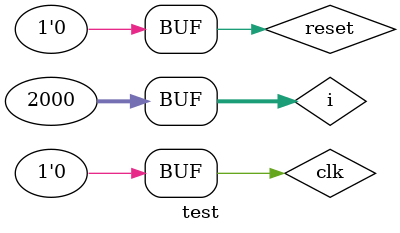
<source format=v>
`timescale 1ns / 1ps


module test;

	// Inputs
	reg reset;
	reg clk;

	// Instantiate the Unit Under Test (UUT)
	mips uut (
		.reset(reset), 
		.clk(clk)
	);
   integer i;
	initial begin
		// Initialize Inputs
		reset = 0;
		clk = 0;

		// Wait 100 ns for global reset to finish
      for(i=0;i<2000;i=i+1) begin
		#5 clk=~clk;
		end
		// Add stimulus here

	end
endmodule


</source>
